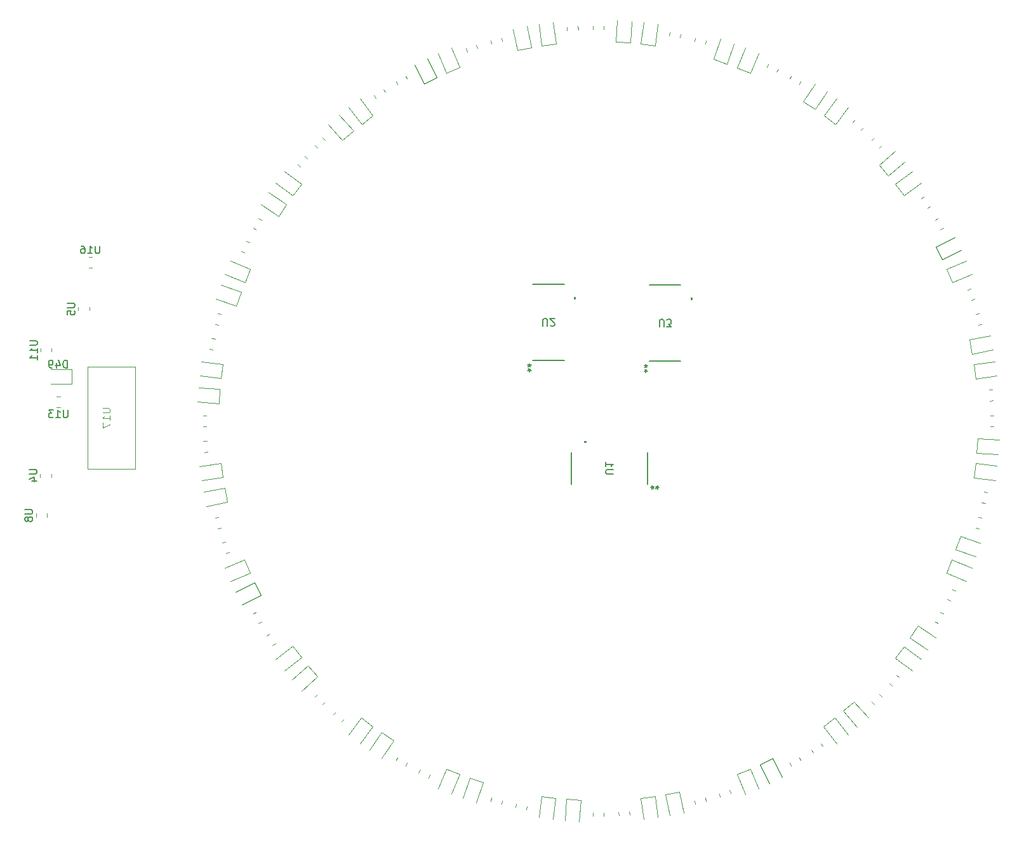
<source format=gbr>
%TF.GenerationSoftware,KiCad,Pcbnew,8.0.6*%
%TF.CreationDate,2024-11-15T00:49:57-05:00*%
%TF.ProjectId,LinePCB,4c696e65-5043-4422-9e6b-696361645f70,rev?*%
%TF.SameCoordinates,Original*%
%TF.FileFunction,Legend,Bot*%
%TF.FilePolarity,Positive*%
%FSLAX46Y46*%
G04 Gerber Fmt 4.6, Leading zero omitted, Abs format (unit mm)*
G04 Created by KiCad (PCBNEW 8.0.6) date 2024-11-15 00:49:57*
%MOMM*%
%LPD*%
G01*
G04 APERTURE LIST*
%ADD10C,0.150000*%
%ADD11C,0.100000*%
%ADD12C,0.120000*%
%ADD13C,0.152400*%
%ADD14C,0.000000*%
G04 APERTURE END LIST*
D10*
X92599495Y-87350180D02*
X92599495Y-86540657D01*
X92599495Y-86540657D02*
X92647114Y-86445419D01*
X92647114Y-86445419D02*
X92694733Y-86397800D01*
X92694733Y-86397800D02*
X92789971Y-86350180D01*
X92789971Y-86350180D02*
X92980447Y-86350180D01*
X92980447Y-86350180D02*
X93075685Y-86397800D01*
X93075685Y-86397800D02*
X93123304Y-86445419D01*
X93123304Y-86445419D02*
X93170923Y-86540657D01*
X93170923Y-86540657D02*
X93170923Y-87350180D01*
X93599495Y-87254942D02*
X93647114Y-87302561D01*
X93647114Y-87302561D02*
X93742352Y-87350180D01*
X93742352Y-87350180D02*
X93980447Y-87350180D01*
X93980447Y-87350180D02*
X94075685Y-87302561D01*
X94075685Y-87302561D02*
X94123304Y-87254942D01*
X94123304Y-87254942D02*
X94170923Y-87159704D01*
X94170923Y-87159704D02*
X94170923Y-87064466D01*
X94170923Y-87064466D02*
X94123304Y-86921609D01*
X94123304Y-86921609D02*
X93551876Y-86350180D01*
X93551876Y-86350180D02*
X94170923Y-86350180D01*
X90795999Y-92355819D02*
X90795999Y-92593914D01*
X91034094Y-92498676D02*
X90795999Y-92593914D01*
X90795999Y-92593914D02*
X90557904Y-92498676D01*
X90938856Y-92784390D02*
X90795999Y-92593914D01*
X90795999Y-92593914D02*
X90653142Y-92784390D01*
X90796000Y-93446180D02*
X90796000Y-93208085D01*
X90557905Y-93303323D02*
X90796000Y-93208085D01*
X90796000Y-93208085D02*
X91034095Y-93303323D01*
X90653143Y-93017609D02*
X90796000Y-93208085D01*
X90796000Y-93208085D02*
X90938857Y-93017609D01*
X33498094Y-76654819D02*
X33498094Y-77464342D01*
X33498094Y-77464342D02*
X33450475Y-77559580D01*
X33450475Y-77559580D02*
X33402856Y-77607200D01*
X33402856Y-77607200D02*
X33307618Y-77654819D01*
X33307618Y-77654819D02*
X33117142Y-77654819D01*
X33117142Y-77654819D02*
X33021904Y-77607200D01*
X33021904Y-77607200D02*
X32974285Y-77559580D01*
X32974285Y-77559580D02*
X32926666Y-77464342D01*
X32926666Y-77464342D02*
X32926666Y-76654819D01*
X31926666Y-77654819D02*
X32498094Y-77654819D01*
X32212380Y-77654819D02*
X32212380Y-76654819D01*
X32212380Y-76654819D02*
X32307618Y-76797676D01*
X32307618Y-76797676D02*
X32402856Y-76892914D01*
X32402856Y-76892914D02*
X32498094Y-76940533D01*
X31069523Y-76654819D02*
X31259999Y-76654819D01*
X31259999Y-76654819D02*
X31355237Y-76702438D01*
X31355237Y-76702438D02*
X31402856Y-76750057D01*
X31402856Y-76750057D02*
X31498094Y-76892914D01*
X31498094Y-76892914D02*
X31545713Y-77083390D01*
X31545713Y-77083390D02*
X31545713Y-77464342D01*
X31545713Y-77464342D02*
X31498094Y-77559580D01*
X31498094Y-77559580D02*
X31450475Y-77607200D01*
X31450475Y-77607200D02*
X31355237Y-77654819D01*
X31355237Y-77654819D02*
X31164761Y-77654819D01*
X31164761Y-77654819D02*
X31069523Y-77607200D01*
X31069523Y-77607200D02*
X31021904Y-77559580D01*
X31021904Y-77559580D02*
X30974285Y-77464342D01*
X30974285Y-77464342D02*
X30974285Y-77226247D01*
X30974285Y-77226247D02*
X31021904Y-77131009D01*
X31021904Y-77131009D02*
X31069523Y-77083390D01*
X31069523Y-77083390D02*
X31164761Y-77035771D01*
X31164761Y-77035771D02*
X31355237Y-77035771D01*
X31355237Y-77035771D02*
X31450475Y-77083390D01*
X31450475Y-77083390D02*
X31498094Y-77131009D01*
X31498094Y-77131009D02*
X31545713Y-77226247D01*
X29194819Y-84288095D02*
X30004342Y-84288095D01*
X30004342Y-84288095D02*
X30099580Y-84335714D01*
X30099580Y-84335714D02*
X30147200Y-84383333D01*
X30147200Y-84383333D02*
X30194819Y-84478571D01*
X30194819Y-84478571D02*
X30194819Y-84669047D01*
X30194819Y-84669047D02*
X30147200Y-84764285D01*
X30147200Y-84764285D02*
X30099580Y-84811904D01*
X30099580Y-84811904D02*
X30004342Y-84859523D01*
X30004342Y-84859523D02*
X29194819Y-84859523D01*
X29194819Y-85811904D02*
X29194819Y-85335714D01*
X29194819Y-85335714D02*
X29671009Y-85288095D01*
X29671009Y-85288095D02*
X29623390Y-85335714D01*
X29623390Y-85335714D02*
X29575771Y-85430952D01*
X29575771Y-85430952D02*
X29575771Y-85669047D01*
X29575771Y-85669047D02*
X29623390Y-85764285D01*
X29623390Y-85764285D02*
X29671009Y-85811904D01*
X29671009Y-85811904D02*
X29766247Y-85859523D01*
X29766247Y-85859523D02*
X30004342Y-85859523D01*
X30004342Y-85859523D02*
X30099580Y-85811904D01*
X30099580Y-85811904D02*
X30147200Y-85764285D01*
X30147200Y-85764285D02*
X30194819Y-85669047D01*
X30194819Y-85669047D02*
X30194819Y-85430952D01*
X30194819Y-85430952D02*
X30147200Y-85335714D01*
X30147200Y-85335714D02*
X30099580Y-85288095D01*
X101995180Y-107081904D02*
X101185657Y-107081904D01*
X101185657Y-107081904D02*
X101090419Y-107034285D01*
X101090419Y-107034285D02*
X101042800Y-106986666D01*
X101042800Y-106986666D02*
X100995180Y-106891428D01*
X100995180Y-106891428D02*
X100995180Y-106700952D01*
X100995180Y-106700952D02*
X101042800Y-106605714D01*
X101042800Y-106605714D02*
X101090419Y-106558095D01*
X101090419Y-106558095D02*
X101185657Y-106510476D01*
X101185657Y-106510476D02*
X101995180Y-106510476D01*
X100995180Y-105510476D02*
X100995180Y-106081904D01*
X100995180Y-105796190D02*
X101995180Y-105796190D01*
X101995180Y-105796190D02*
X101852323Y-105891428D01*
X101852323Y-105891428D02*
X101757085Y-105986666D01*
X101757085Y-105986666D02*
X101709466Y-106081904D01*
X108091180Y-108885399D02*
X107853085Y-108885399D01*
X107948323Y-109123494D02*
X107853085Y-108885399D01*
X107853085Y-108885399D02*
X107948323Y-108647304D01*
X107662609Y-109028256D02*
X107853085Y-108885399D01*
X107853085Y-108885399D02*
X107662609Y-108742542D01*
X107000819Y-108885400D02*
X107238914Y-108885400D01*
X107143676Y-108647305D02*
X107238914Y-108885400D01*
X107238914Y-108885400D02*
X107143676Y-109123495D01*
X107429390Y-108742543D02*
X107238914Y-108885400D01*
X107238914Y-108885400D02*
X107429390Y-109028257D01*
X108156695Y-87450180D02*
X108156695Y-86640657D01*
X108156695Y-86640657D02*
X108204314Y-86545419D01*
X108204314Y-86545419D02*
X108251933Y-86497800D01*
X108251933Y-86497800D02*
X108347171Y-86450180D01*
X108347171Y-86450180D02*
X108537647Y-86450180D01*
X108537647Y-86450180D02*
X108632885Y-86497800D01*
X108632885Y-86497800D02*
X108680504Y-86545419D01*
X108680504Y-86545419D02*
X108728123Y-86640657D01*
X108728123Y-86640657D02*
X108728123Y-87450180D01*
X109109076Y-87450180D02*
X109728123Y-87450180D01*
X109728123Y-87450180D02*
X109394790Y-87069228D01*
X109394790Y-87069228D02*
X109537647Y-87069228D01*
X109537647Y-87069228D02*
X109632885Y-87021609D01*
X109632885Y-87021609D02*
X109680504Y-86973990D01*
X109680504Y-86973990D02*
X109728123Y-86878752D01*
X109728123Y-86878752D02*
X109728123Y-86640657D01*
X109728123Y-86640657D02*
X109680504Y-86545419D01*
X109680504Y-86545419D02*
X109632885Y-86497800D01*
X109632885Y-86497800D02*
X109537647Y-86450180D01*
X109537647Y-86450180D02*
X109251933Y-86450180D01*
X109251933Y-86450180D02*
X109156695Y-86497800D01*
X109156695Y-86497800D02*
X109109076Y-86545419D01*
X106353199Y-92455819D02*
X106353199Y-92693914D01*
X106591294Y-92598676D02*
X106353199Y-92693914D01*
X106353199Y-92693914D02*
X106115104Y-92598676D01*
X106496056Y-92884390D02*
X106353199Y-92693914D01*
X106353199Y-92693914D02*
X106210342Y-92884390D01*
X106353200Y-93546180D02*
X106353200Y-93308085D01*
X106115105Y-93403323D02*
X106353200Y-93308085D01*
X106353200Y-93308085D02*
X106591295Y-93403323D01*
X106210343Y-93117609D02*
X106353200Y-93308085D01*
X106353200Y-93308085D02*
X106496057Y-93117609D01*
X29228094Y-98554819D02*
X29228094Y-99364342D01*
X29228094Y-99364342D02*
X29180475Y-99459580D01*
X29180475Y-99459580D02*
X29132856Y-99507200D01*
X29132856Y-99507200D02*
X29037618Y-99554819D01*
X29037618Y-99554819D02*
X28847142Y-99554819D01*
X28847142Y-99554819D02*
X28751904Y-99507200D01*
X28751904Y-99507200D02*
X28704285Y-99459580D01*
X28704285Y-99459580D02*
X28656666Y-99364342D01*
X28656666Y-99364342D02*
X28656666Y-98554819D01*
X27656666Y-99554819D02*
X28228094Y-99554819D01*
X27942380Y-99554819D02*
X27942380Y-98554819D01*
X27942380Y-98554819D02*
X28037618Y-98697676D01*
X28037618Y-98697676D02*
X28132856Y-98792914D01*
X28132856Y-98792914D02*
X28228094Y-98840533D01*
X27323332Y-98554819D02*
X26704285Y-98554819D01*
X26704285Y-98554819D02*
X27037618Y-98935771D01*
X27037618Y-98935771D02*
X26894761Y-98935771D01*
X26894761Y-98935771D02*
X26799523Y-98983390D01*
X26799523Y-98983390D02*
X26751904Y-99031009D01*
X26751904Y-99031009D02*
X26704285Y-99126247D01*
X26704285Y-99126247D02*
X26704285Y-99364342D01*
X26704285Y-99364342D02*
X26751904Y-99459580D01*
X26751904Y-99459580D02*
X26799523Y-99507200D01*
X26799523Y-99507200D02*
X26894761Y-99554819D01*
X26894761Y-99554819D02*
X27180475Y-99554819D01*
X27180475Y-99554819D02*
X27275713Y-99507200D01*
X27275713Y-99507200D02*
X27323332Y-99459580D01*
D11*
X33897419Y-98311905D02*
X34706942Y-98311905D01*
X34706942Y-98311905D02*
X34802180Y-98359524D01*
X34802180Y-98359524D02*
X34849800Y-98407143D01*
X34849800Y-98407143D02*
X34897419Y-98502381D01*
X34897419Y-98502381D02*
X34897419Y-98692857D01*
X34897419Y-98692857D02*
X34849800Y-98788095D01*
X34849800Y-98788095D02*
X34802180Y-98835714D01*
X34802180Y-98835714D02*
X34706942Y-98883333D01*
X34706942Y-98883333D02*
X33897419Y-98883333D01*
X34897419Y-99883333D02*
X34897419Y-99311905D01*
X34897419Y-99597619D02*
X33897419Y-99597619D01*
X33897419Y-99597619D02*
X34040276Y-99502381D01*
X34040276Y-99502381D02*
X34135514Y-99407143D01*
X34135514Y-99407143D02*
X34183133Y-99311905D01*
X33897419Y-100216667D02*
X33897419Y-100883333D01*
X33897419Y-100883333D02*
X34897419Y-100454762D01*
D10*
X29169285Y-92914819D02*
X29169285Y-91914819D01*
X29169285Y-91914819D02*
X28931190Y-91914819D01*
X28931190Y-91914819D02*
X28788333Y-91962438D01*
X28788333Y-91962438D02*
X28693095Y-92057676D01*
X28693095Y-92057676D02*
X28645476Y-92152914D01*
X28645476Y-92152914D02*
X28597857Y-92343390D01*
X28597857Y-92343390D02*
X28597857Y-92486247D01*
X28597857Y-92486247D02*
X28645476Y-92676723D01*
X28645476Y-92676723D02*
X28693095Y-92771961D01*
X28693095Y-92771961D02*
X28788333Y-92867200D01*
X28788333Y-92867200D02*
X28931190Y-92914819D01*
X28931190Y-92914819D02*
X29169285Y-92914819D01*
X27740714Y-92248152D02*
X27740714Y-92914819D01*
X27978809Y-91867200D02*
X28216904Y-92581485D01*
X28216904Y-92581485D02*
X27597857Y-92581485D01*
X27169285Y-92914819D02*
X26978809Y-92914819D01*
X26978809Y-92914819D02*
X26883571Y-92867200D01*
X26883571Y-92867200D02*
X26835952Y-92819580D01*
X26835952Y-92819580D02*
X26740714Y-92676723D01*
X26740714Y-92676723D02*
X26693095Y-92486247D01*
X26693095Y-92486247D02*
X26693095Y-92105295D01*
X26693095Y-92105295D02*
X26740714Y-92010057D01*
X26740714Y-92010057D02*
X26788333Y-91962438D01*
X26788333Y-91962438D02*
X26883571Y-91914819D01*
X26883571Y-91914819D02*
X27074047Y-91914819D01*
X27074047Y-91914819D02*
X27169285Y-91962438D01*
X27169285Y-91962438D02*
X27216904Y-92010057D01*
X27216904Y-92010057D02*
X27264523Y-92105295D01*
X27264523Y-92105295D02*
X27264523Y-92343390D01*
X27264523Y-92343390D02*
X27216904Y-92438628D01*
X27216904Y-92438628D02*
X27169285Y-92486247D01*
X27169285Y-92486247D02*
X27074047Y-92533866D01*
X27074047Y-92533866D02*
X26883571Y-92533866D01*
X26883571Y-92533866D02*
X26788333Y-92486247D01*
X26788333Y-92486247D02*
X26740714Y-92438628D01*
X26740714Y-92438628D02*
X26693095Y-92343390D01*
X24114819Y-106508095D02*
X24924342Y-106508095D01*
X24924342Y-106508095D02*
X25019580Y-106555714D01*
X25019580Y-106555714D02*
X25067200Y-106603333D01*
X25067200Y-106603333D02*
X25114819Y-106698571D01*
X25114819Y-106698571D02*
X25114819Y-106889047D01*
X25114819Y-106889047D02*
X25067200Y-106984285D01*
X25067200Y-106984285D02*
X25019580Y-107031904D01*
X25019580Y-107031904D02*
X24924342Y-107079523D01*
X24924342Y-107079523D02*
X24114819Y-107079523D01*
X24448152Y-107984285D02*
X25114819Y-107984285D01*
X24067200Y-107746190D02*
X24781485Y-107508095D01*
X24781485Y-107508095D02*
X24781485Y-108127142D01*
X23534819Y-111818095D02*
X24344342Y-111818095D01*
X24344342Y-111818095D02*
X24439580Y-111865714D01*
X24439580Y-111865714D02*
X24487200Y-111913333D01*
X24487200Y-111913333D02*
X24534819Y-112008571D01*
X24534819Y-112008571D02*
X24534819Y-112199047D01*
X24534819Y-112199047D02*
X24487200Y-112294285D01*
X24487200Y-112294285D02*
X24439580Y-112341904D01*
X24439580Y-112341904D02*
X24344342Y-112389523D01*
X24344342Y-112389523D02*
X23534819Y-112389523D01*
X23963390Y-113008571D02*
X23915771Y-112913333D01*
X23915771Y-112913333D02*
X23868152Y-112865714D01*
X23868152Y-112865714D02*
X23772914Y-112818095D01*
X23772914Y-112818095D02*
X23725295Y-112818095D01*
X23725295Y-112818095D02*
X23630057Y-112865714D01*
X23630057Y-112865714D02*
X23582438Y-112913333D01*
X23582438Y-112913333D02*
X23534819Y-113008571D01*
X23534819Y-113008571D02*
X23534819Y-113199047D01*
X23534819Y-113199047D02*
X23582438Y-113294285D01*
X23582438Y-113294285D02*
X23630057Y-113341904D01*
X23630057Y-113341904D02*
X23725295Y-113389523D01*
X23725295Y-113389523D02*
X23772914Y-113389523D01*
X23772914Y-113389523D02*
X23868152Y-113341904D01*
X23868152Y-113341904D02*
X23915771Y-113294285D01*
X23915771Y-113294285D02*
X23963390Y-113199047D01*
X23963390Y-113199047D02*
X23963390Y-113008571D01*
X23963390Y-113008571D02*
X24011009Y-112913333D01*
X24011009Y-112913333D02*
X24058628Y-112865714D01*
X24058628Y-112865714D02*
X24153866Y-112818095D01*
X24153866Y-112818095D02*
X24344342Y-112818095D01*
X24344342Y-112818095D02*
X24439580Y-112865714D01*
X24439580Y-112865714D02*
X24487200Y-112913333D01*
X24487200Y-112913333D02*
X24534819Y-113008571D01*
X24534819Y-113008571D02*
X24534819Y-113199047D01*
X24534819Y-113199047D02*
X24487200Y-113294285D01*
X24487200Y-113294285D02*
X24439580Y-113341904D01*
X24439580Y-113341904D02*
X24344342Y-113389523D01*
X24344342Y-113389523D02*
X24153866Y-113389523D01*
X24153866Y-113389523D02*
X24058628Y-113341904D01*
X24058628Y-113341904D02*
X24011009Y-113294285D01*
X24011009Y-113294285D02*
X23963390Y-113199047D01*
X24174819Y-89311905D02*
X24984342Y-89311905D01*
X24984342Y-89311905D02*
X25079580Y-89359524D01*
X25079580Y-89359524D02*
X25127200Y-89407143D01*
X25127200Y-89407143D02*
X25174819Y-89502381D01*
X25174819Y-89502381D02*
X25174819Y-89692857D01*
X25174819Y-89692857D02*
X25127200Y-89788095D01*
X25127200Y-89788095D02*
X25079580Y-89835714D01*
X25079580Y-89835714D02*
X24984342Y-89883333D01*
X24984342Y-89883333D02*
X24174819Y-89883333D01*
X25174819Y-90883333D02*
X25174819Y-90311905D01*
X25174819Y-90597619D02*
X24174819Y-90597619D01*
X24174819Y-90597619D02*
X24317676Y-90502381D01*
X24317676Y-90502381D02*
X24412914Y-90407143D01*
X24412914Y-90407143D02*
X24460533Y-90311905D01*
X25174819Y-91835714D02*
X25174819Y-91264286D01*
X25174819Y-91550000D02*
X24174819Y-91550000D01*
X24174819Y-91550000D02*
X24317676Y-91454762D01*
X24317676Y-91454762D02*
X24412914Y-91359524D01*
X24412914Y-91359524D02*
X24460533Y-91264286D01*
D12*
%TO.C,R10*%
X116254569Y-150167786D02*
X116106719Y-149738400D01*
X117644481Y-149689200D02*
X117496631Y-149259814D01*
%TO.C,R44*%
X143429438Y-70096283D02*
X143052949Y-70350230D01*
X144251451Y-71314970D02*
X143874962Y-71568917D01*
%TO.C,D6*%
X139587896Y-131607314D02*
X141871993Y-133328505D01*
X140743381Y-130073935D02*
X139587896Y-131607314D01*
X143027478Y-131795125D02*
X140743381Y-130073935D01*
%TO.C,D16*%
X79715772Y-146419516D02*
X78644397Y-149071261D01*
X80424590Y-149790507D02*
X81495965Y-147138760D01*
X81495965Y-147138760D02*
X79715772Y-146419516D01*
%TO.C,D11*%
X108944933Y-149848552D02*
X109490647Y-152656004D01*
X110829656Y-149482196D02*
X108944933Y-149848552D01*
X111375371Y-152289650D02*
X110829656Y-149482196D01*
%TO.C,D35*%
X88624629Y-47710350D02*
X89170343Y-50517803D01*
X89170343Y-50517803D02*
X91055065Y-50151452D01*
X91055065Y-50151452D02*
X90509353Y-47343996D01*
%TO.C,R31*%
X62196618Y-63236065D02*
X62517735Y-63557182D01*
X63236065Y-62196618D02*
X63557182Y-62517735D01*
%TO.C,R40*%
X122659125Y-52387913D02*
X122460047Y-52796081D01*
X123980353Y-53032319D02*
X123781275Y-53440487D01*
%TO.C,D42*%
X130073935Y-59256619D02*
X131607314Y-60412104D01*
X131607314Y-60412104D02*
X133328505Y-58128007D01*
X131795125Y-56972522D02*
X130073935Y-59256619D01*
%TO.C,D40*%
X118504035Y-52861240D02*
X120284228Y-53580484D01*
X119575410Y-50209493D02*
X118504035Y-52861240D01*
X120284228Y-53580484D02*
X121355603Y-50928739D01*
%TO.C,R34*%
X82355519Y-50310799D02*
X82503369Y-50740184D01*
X83745431Y-49832216D02*
X83893281Y-50261601D01*
%TO.C,D48*%
X150075395Y-92455605D02*
X150342608Y-94356920D01*
X150342608Y-94356920D02*
X153174774Y-93958884D01*
X152907562Y-92057570D02*
X150075395Y-92455605D01*
%TO.C,R3*%
X150740195Y-114356724D02*
X150301541Y-114239187D01*
X151120659Y-112936813D02*
X150682005Y-112819276D01*
%TO.C,R12*%
X102716329Y-152665382D02*
X102684651Y-152212360D01*
X104182749Y-152562840D02*
X104151071Y-152109818D01*
%TO.C,R8*%
X128685029Y-144251451D02*
X128431085Y-143874962D01*
X129903715Y-143429438D02*
X129649771Y-143052949D01*
D13*
%TO.C,U2*%
X91278600Y-91885000D02*
X95444200Y-91885000D01*
X95444200Y-81725000D02*
X91278600Y-81725000D01*
D14*
G36*
X97019000Y-83820500D02*
G01*
X96765000Y-83820500D01*
X96765000Y-83439500D01*
X97019000Y-83439500D01*
X97019000Y-83820500D01*
G37*
D12*
%TO.C,R27*%
X48879341Y-87063187D02*
X49317995Y-87180724D01*
X49259805Y-85643276D02*
X49698459Y-85760813D01*
%TO.C,R7*%
X136763935Y-137803382D02*
X136442818Y-137482265D01*
X137803382Y-136763935D02*
X137482265Y-136442818D01*
%TO.C,R22*%
X49832216Y-116254569D02*
X50261601Y-116106719D01*
X50310799Y-117644481D02*
X50740184Y-117496631D01*
%TO.C,R41*%
X125727003Y-53969557D02*
X125499939Y-54362843D01*
X127000061Y-54704557D02*
X126772997Y-55097843D01*
%TO.C,R6*%
X139160764Y-135319379D02*
X138818029Y-135021445D01*
X140125171Y-134209955D02*
X139782436Y-133912021D01*
%TO.C,D47*%
X149482197Y-89170343D02*
X149848550Y-91055066D01*
X149848550Y-91055066D02*
X152656004Y-90509353D01*
X152289650Y-88624629D02*
X149482197Y-89170343D01*
%TO.C,R36*%
X95817251Y-47437161D02*
X95848930Y-47890182D01*
X97283670Y-47334618D02*
X97315349Y-47787639D01*
%TO.C,R9*%
X125727003Y-146030443D02*
X125499939Y-145637157D01*
X127000061Y-145295443D02*
X126772997Y-144902157D01*
%TO.C,D30*%
X56972522Y-68204875D02*
X59256619Y-69926065D01*
X59256619Y-69926065D02*
X60412104Y-68392686D01*
X60412104Y-68392686D02*
X58128007Y-66671495D01*
%TO.C,R18*%
X64680621Y-139160764D02*
X64978555Y-138818029D01*
X65790045Y-140125171D02*
X66087979Y-139782436D01*
%TO.C,U16*%
X32032936Y-78115000D02*
X32487064Y-78115000D01*
X32032936Y-79585000D02*
X32487064Y-79585000D01*
%TO.C,R23*%
X48879341Y-112936813D02*
X49317995Y-112819276D01*
X49259805Y-114356724D02*
X49698459Y-114239187D01*
%TO.C,R28*%
X52387913Y-77340875D02*
X52796082Y-77539951D01*
X53032318Y-76019649D02*
X53440487Y-76218725D01*
%TO.C,R14*%
X88992978Y-151573848D02*
X89079629Y-151128064D01*
X90435971Y-151854336D02*
X90522622Y-151408552D01*
%TO.C,D29*%
X54981937Y-71069285D02*
X57352986Y-72668577D01*
X57352986Y-72668577D02*
X58426636Y-71076822D01*
X58426636Y-71076822D02*
X56055588Y-69477530D01*
%TO.C,D1*%
X150465164Y-104261614D02*
X153318200Y-104461118D01*
X150599097Y-102346292D02*
X150465164Y-104261614D01*
X153452129Y-102545793D02*
X150599097Y-102346292D01*
%TO.C,D38*%
X105673078Y-49678241D02*
X107578767Y-49912231D01*
X106021625Y-46839559D02*
X105673078Y-49678241D01*
X107578767Y-49912231D02*
X107927313Y-47073548D01*
%TO.C,R13*%
X99265000Y-152727064D02*
X99265000Y-152272936D01*
X100735000Y-152727064D02*
X100735000Y-152272936D01*
%TO.C,U5*%
X30655000Y-85277064D02*
X30655000Y-84822936D01*
X32125000Y-85277064D02*
X32125000Y-84822936D01*
%TO.C,R45*%
X145295443Y-72999939D02*
X144902157Y-73227003D01*
X146030443Y-74272997D02*
X145637157Y-74500061D01*
%TO.C,R11*%
X112936813Y-151120659D02*
X112819276Y-150682005D01*
X114356724Y-150740195D02*
X114239187Y-150301541D01*
%TO.C,D4*%
X146419516Y-120284228D02*
X149071261Y-121355603D01*
X147138760Y-118504035D02*
X146419516Y-120284228D01*
X149790507Y-119575410D02*
X147138760Y-118504035D01*
%TO.C,D32*%
X66667847Y-58151925D02*
X68428640Y-60405635D01*
X68428640Y-60405635D02*
X69941620Y-59223566D01*
X69941620Y-59223566D02*
X68180829Y-56969855D01*
%TO.C,R2*%
X151573847Y-111007023D02*
X151128063Y-110920370D01*
X151854337Y-109564030D02*
X151408553Y-109477377D01*
%TO.C,D8*%
X130058380Y-140776334D02*
X131819171Y-143030045D01*
X131571360Y-139594265D02*
X130058380Y-140776334D01*
X133332153Y-141847975D02*
X131571360Y-139594265D01*
%TO.C,D36*%
X92057570Y-47092438D02*
X92455605Y-49924605D01*
X92455605Y-49924605D02*
X94356920Y-49657392D01*
X94356920Y-49657392D02*
X93958884Y-46825226D01*
%TO.C,R20*%
X55748549Y-128685030D02*
X56125038Y-128431085D01*
X56570562Y-129903715D02*
X56947051Y-129649770D01*
%TO.C,R39*%
X112936813Y-48879341D02*
X112819276Y-49317995D01*
X114356724Y-49259805D02*
X114239187Y-49698459D01*
%TO.C,R43*%
X136763935Y-62196618D02*
X136442818Y-62517735D01*
X137803382Y-63236065D02*
X137482265Y-63557182D01*
%TO.C,R46*%
X149689200Y-82355519D02*
X149259814Y-82503369D01*
X150167786Y-83745431D02*
X149738400Y-83893281D01*
%TO.C,D39*%
X115362343Y-51732319D02*
X117177742Y-52357409D01*
X116293469Y-49028138D02*
X115362343Y-51732319D01*
X117177742Y-52357409D02*
X118108867Y-49653226D01*
%TO.C,R38*%
X109564030Y-48145663D02*
X109477378Y-48591448D01*
X111007022Y-48426152D02*
X110920370Y-48871937D01*
%TO.C,R24*%
X47334618Y-102716330D02*
X47787639Y-102684651D01*
X47437161Y-104182749D02*
X47890182Y-104151070D01*
D13*
%TO.C,U1*%
X96370000Y-104237200D02*
X96370000Y-108402800D01*
X106530000Y-108402800D02*
X106530000Y-104237200D01*
D14*
G36*
X98465500Y-102916400D02*
G01*
X98084500Y-102916400D01*
X98084500Y-102662400D01*
X98465500Y-102662400D01*
X98465500Y-102916400D01*
G37*
D12*
%TO.C,D17*%
X71069282Y-145018062D02*
X72668574Y-142647015D01*
X71076824Y-141573365D02*
X69477531Y-143944412D01*
X72668574Y-142647015D02*
X71076824Y-141573365D01*
%TO.C,D44*%
X139594365Y-68428640D02*
X140776434Y-69941620D01*
X140776434Y-69941620D02*
X143030145Y-68180829D01*
X141848075Y-66667847D02*
X139594365Y-68428640D01*
%TO.C,R25*%
X47272936Y-99265000D02*
X47727064Y-99265000D01*
X47272936Y-100735000D02*
X47727064Y-100735000D01*
%TO.C,R47*%
X150740195Y-85643276D02*
X150301541Y-85760813D01*
X151120659Y-87063187D02*
X150682005Y-87180724D01*
D13*
%TO.C,U3*%
X106835800Y-91985000D02*
X111001400Y-91985000D01*
X111001400Y-81825000D02*
X106835800Y-81825000D01*
D14*
G36*
X112576200Y-83920500D02*
G01*
X112322200Y-83920500D01*
X112322200Y-83539500D01*
X112576200Y-83539500D01*
X112576200Y-83920500D01*
G37*
D12*
%TO.C,D18*%
X68204875Y-143027378D02*
X69926065Y-140743281D01*
X68392686Y-139587796D02*
X66671495Y-141871893D01*
X69926065Y-140743281D02*
X68392686Y-139587796D01*
%TO.C,D45*%
X144993206Y-76732327D02*
X145834880Y-78458014D01*
X145834880Y-78458014D02*
X148405430Y-77204271D01*
X147563757Y-75478588D02*
X144993206Y-76732327D01*
%TO.C,D9*%
X121541986Y-145834880D02*
X122795727Y-148405429D01*
X123267673Y-144993206D02*
X121541986Y-145834880D01*
X124521412Y-147563757D02*
X123267673Y-144993206D01*
%TO.C,U13*%
X28217064Y-96715000D02*
X27762936Y-96715000D01*
X28217064Y-98185000D02*
X27762936Y-98185000D01*
%TO.C,R5*%
X145295443Y-127000061D02*
X144902157Y-126772997D01*
X146030443Y-125727003D02*
X145637157Y-125499939D01*
%TO.C,U17*%
D11*
X38280000Y-106380000D02*
X31890000Y-106380000D01*
X31890000Y-92800000D01*
X38280000Y-92800000D01*
X38280000Y-106380000D01*
D12*
%TO.C,R32*%
X70096285Y-56570562D02*
X70350230Y-56947051D01*
X71314970Y-55748549D02*
X71568915Y-56125038D01*
%TO.C,D27*%
X49028136Y-83706530D02*
X51732317Y-84637654D01*
X51732317Y-84637654D02*
X52357409Y-82822258D01*
X52357409Y-82822258D02*
X49653227Y-81891134D01*
%TO.C,D28*%
X50209493Y-80424590D02*
X52861240Y-81495965D01*
X52861240Y-81495965D02*
X53580484Y-79715772D01*
X53580484Y-79715772D02*
X50928739Y-78644397D01*
%TO.C,D25*%
X46547871Y-97454207D02*
X49400903Y-97653709D01*
X49400903Y-97653709D02*
X49534836Y-95738386D01*
X49534836Y-95738386D02*
X46681801Y-95538882D01*
%TO.C,D23*%
X47710350Y-111375371D02*
X50517803Y-110829656D01*
X50151450Y-108944934D02*
X47343998Y-109490647D01*
X50517803Y-110829656D02*
X50151450Y-108944934D01*
%TO.C,R35*%
X85643276Y-49259805D02*
X85760813Y-49698459D01*
X87063187Y-48879341D02*
X87180724Y-49317995D01*
%TO.C,D49*%
X26955000Y-95070000D02*
X29815000Y-95070000D01*
X29815000Y-93150000D02*
X26955000Y-93150000D01*
X29815000Y-95070000D02*
X29815000Y-93150000D01*
%TO.C,D13*%
X95738386Y-150465164D02*
X95538882Y-153318197D01*
X97454205Y-153452130D02*
X97653707Y-150599096D01*
X97653707Y-150599096D02*
X95738386Y-150465164D01*
%TO.C,R48*%
X152562840Y-95817251D02*
X152109818Y-95848929D01*
X152665382Y-97283671D02*
X152212360Y-97315349D01*
%TO.C,D22*%
X50950897Y-121365316D02*
X53583541Y-120247825D01*
X52833337Y-118480455D02*
X50200693Y-119597946D01*
X53583541Y-120247825D02*
X52833337Y-118480455D01*
%TO.C,D3*%
X147642592Y-117177742D02*
X150346773Y-118108866D01*
X148267681Y-115362345D02*
X147642592Y-117177742D01*
X150971864Y-116293470D02*
X148267681Y-115362345D01*
%TO.C,R21*%
X53969557Y-125727003D02*
X54362843Y-125499939D01*
X54704557Y-127000061D02*
X55097843Y-126772997D01*
%TO.C,D14*%
X92421233Y-150087769D02*
X92072687Y-152926452D01*
X93978375Y-153160441D02*
X94326922Y-150321759D01*
X94326922Y-150321759D02*
X92421233Y-150087769D01*
%TO.C,D33*%
X75478587Y-52436242D02*
X76732327Y-55006794D01*
X76732327Y-55006794D02*
X78458014Y-54165120D01*
X78458014Y-54165120D02*
X77204271Y-51594570D01*
%TO.C,D12*%
X105643080Y-150342608D02*
X106041116Y-153174774D01*
X107544395Y-150075395D02*
X105643080Y-150342608D01*
X107942430Y-152907562D02*
X107544395Y-150075395D01*
%TO.C,D19*%
X60403507Y-135996280D02*
X62561977Y-134119950D01*
X61302344Y-132670906D02*
X59143873Y-134547238D01*
X62561977Y-134119950D02*
X61302344Y-132670906D01*
%TO.C,D5*%
X141573365Y-128923175D02*
X143944412Y-130522470D01*
X142647014Y-127331425D02*
X141573365Y-128923175D01*
X145018063Y-128930716D02*
X142647014Y-127331425D01*
%TO.C,R37*%
X99265000Y-47272936D02*
X99265000Y-47727064D01*
X100735000Y-47272936D02*
X100735000Y-47727064D01*
%TO.C,R19*%
X62196618Y-136763935D02*
X62517735Y-136442818D01*
X63236065Y-137803382D02*
X63557182Y-137482265D01*
%TO.C,D7*%
X132670909Y-138697658D02*
X134547238Y-140856127D01*
X134119952Y-137438024D02*
X132670909Y-138697658D01*
X135996280Y-139596493D02*
X134119952Y-137438024D01*
%TO.C,R33*%
X72999939Y-54704557D02*
X73227003Y-55097843D01*
X74272997Y-53969557D02*
X74500061Y-54362843D01*
%TO.C,D10*%
X118480455Y-147166663D02*
X119597946Y-149799307D01*
X120247825Y-146416459D02*
X118480455Y-147166663D01*
X121365316Y-149049103D02*
X120247825Y-146416459D01*
%TO.C,D15*%
X82822258Y-147642589D02*
X81891134Y-150346773D01*
X83706530Y-150971864D02*
X84637654Y-148267681D01*
X84637654Y-148267681D02*
X82822258Y-147642589D01*
%TO.C,R17*%
X72999939Y-145295443D02*
X73227003Y-144902157D01*
X74272997Y-146030443D02*
X74500061Y-145637157D01*
%TO.C,D2*%
X150087769Y-107578767D02*
X152926452Y-107927313D01*
X150321759Y-105673078D02*
X150087769Y-107578767D01*
X153160441Y-106021625D02*
X150321759Y-105673078D01*
%TO.C,D24*%
X47092438Y-107942430D02*
X49924605Y-107544395D01*
X49657392Y-105643080D02*
X46825226Y-106041116D01*
X49924605Y-107544395D02*
X49657392Y-105643080D01*
%TO.C,R16*%
X76019648Y-146967681D02*
X76218725Y-146559513D01*
X77340875Y-147612087D02*
X77539952Y-147203919D01*
%TO.C,D20*%
X58151925Y-133332153D02*
X60405635Y-131571360D01*
X59223566Y-130058380D02*
X56969855Y-131819171D01*
X60405635Y-131571360D02*
X59223566Y-130058380D01*
%TO.C,D41*%
X127331426Y-57352985D02*
X128923177Y-58426634D01*
X128923177Y-58426634D02*
X130522469Y-56055586D01*
X128930717Y-54981939D02*
X127331426Y-57352985D01*
%TO.C,U4*%
X25575000Y-107497064D02*
X25575000Y-107042936D01*
X27045000Y-107497064D02*
X27045000Y-107042936D01*
%TO.C,D21*%
X52436242Y-124521413D02*
X55006794Y-123267673D01*
X54165120Y-121541986D02*
X51594570Y-122795729D01*
X55006794Y-123267673D02*
X54165120Y-121541986D01*
%TO.C,D46*%
X146416459Y-79752175D02*
X147166663Y-81519545D01*
X147166663Y-81519545D02*
X149799307Y-80402054D01*
X149049103Y-78634684D02*
X146416459Y-79752175D01*
%TO.C,R26*%
X48145663Y-90435970D02*
X48591448Y-90522622D01*
X48426152Y-88992978D02*
X48871937Y-89079630D01*
%TO.C,D34*%
X78634684Y-50950897D02*
X79752175Y-53583541D01*
X79752175Y-53583541D02*
X81519545Y-52833337D01*
X81519545Y-52833337D02*
X80402054Y-50200693D01*
%TO.C,R30*%
X59874829Y-65790045D02*
X60217564Y-66087979D01*
X60839236Y-64680621D02*
X61181971Y-64978555D01*
%TO.C,R15*%
X85643276Y-150740195D02*
X85760813Y-150301541D01*
X87063187Y-151120659D02*
X87180724Y-150682005D01*
%TO.C,D37*%
X102346292Y-49400902D02*
X104261615Y-49534836D01*
X102545793Y-46547871D02*
X102346292Y-49400902D01*
X104261615Y-49534836D02*
X104461118Y-46681803D01*
%TO.C,R1*%
X152727064Y-99265000D02*
X152272936Y-99265000D01*
X152727064Y-100735000D02*
X152272936Y-100735000D01*
%TO.C,D31*%
X64003719Y-60403505D02*
X65880050Y-62561975D01*
X65880050Y-62561975D02*
X67329091Y-61302342D01*
X67329091Y-61302342D02*
X65452762Y-59143877D01*
%TO.C,R29*%
X53969557Y-74272997D02*
X54362843Y-74500061D01*
X54704557Y-72999939D02*
X55097843Y-73227003D01*
%TO.C,R42*%
X134209955Y-59874830D02*
X133912021Y-60217564D01*
X135319379Y-60839236D02*
X135021445Y-61181970D01*
%TO.C,U8*%
X24995000Y-112807064D02*
X24995000Y-112352936D01*
X26465000Y-112807064D02*
X26465000Y-112352936D01*
%TO.C,U11*%
X25635000Y-90777064D02*
X25635000Y-90322936D01*
X27105000Y-90777064D02*
X27105000Y-90322936D01*
%TO.C,D43*%
X137438023Y-65880050D02*
X138697656Y-67329094D01*
X138697656Y-67329094D02*
X140856125Y-65452763D01*
X139596493Y-64003720D02*
X137438023Y-65880050D01*
%TO.C,R4*%
X146967682Y-123980351D02*
X146559513Y-123781275D01*
X147612087Y-122659125D02*
X147203918Y-122460049D01*
%TO.C,D26*%
X46839559Y-93978375D02*
X49678241Y-94326922D01*
X49678241Y-94326922D02*
X49912231Y-92421233D01*
X49912231Y-92421233D02*
X47073548Y-92072687D01*
%TD*%
M02*

</source>
